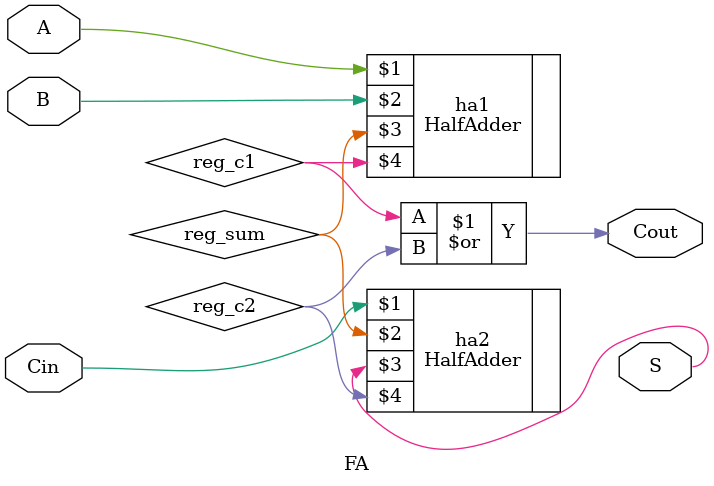
<source format=v>
module FA(A, B, Cin, S, Cout);
  input A, B, Cin;
  output S, Cout;

  wire S, Cout;

  wire reg_c1, reg_c2;
  wire reg_sum;

  HalfAdder ha1(A, B, reg_sum, reg_c1);
  HalfAdder ha2(Cin, reg_sum, S, reg_c2);

  assign Cout = reg_c1 | reg_c2;

endmodule

</source>
